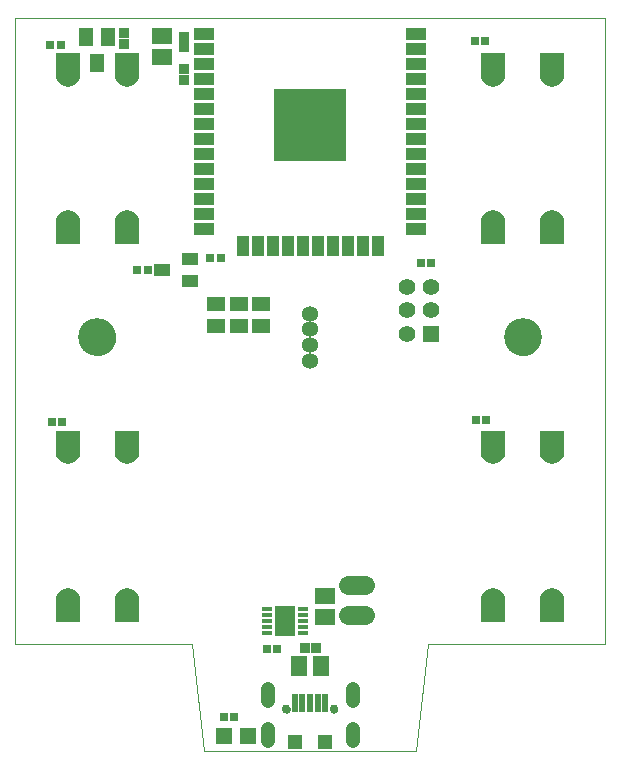
<source format=gts>
G75*
%MOIN*%
%OFA0B0*%
%FSLAX25Y25*%
%IPPOS*%
%LPD*%
%AMOC8*
5,1,8,0,0,1.08239X$1,22.5*
%
%ADD10C,0.00000*%
%ADD11C,0.12611*%
%ADD12R,0.05328X0.06509*%
%ADD13R,0.03359X0.03359*%
%ADD14R,0.06509X0.05328*%
%ADD15R,0.03543X0.01378*%
%ADD16R,0.07087X0.09843*%
%ADD17R,0.04737X0.06312*%
%ADD18C,0.06400*%
%ADD19R,0.02375X0.06312*%
%ADD20C,0.02965*%
%ADD21R,0.04737X0.05131*%
%ADD22C,0.04769*%
%ADD23C,0.05359*%
%ADD24R,0.05524X0.05524*%
%ADD25R,0.05524X0.04343*%
%ADD26R,0.03162X0.03162*%
%ADD27R,0.06312X0.04934*%
%ADD28R,0.07887X0.08674*%
%ADD29C,0.07887*%
%ADD30R,0.05600X0.05600*%
%ADD31C,0.05600*%
%ADD32R,0.06706X0.04343*%
%ADD33R,0.04343X0.06706*%
%ADD34R,0.24422X0.24422*%
%ADD35C,0.16611*%
D10*
X0041330Y0043060D02*
X0100385Y0043060D01*
X0104322Y0007627D01*
X0175188Y0007627D01*
X0179125Y0043060D01*
X0238180Y0043060D01*
X0238180Y0251722D01*
X0041330Y0251722D01*
X0041330Y0043060D01*
X0062983Y0145423D02*
X0062985Y0145576D01*
X0062991Y0145730D01*
X0063001Y0145883D01*
X0063015Y0146035D01*
X0063033Y0146188D01*
X0063055Y0146339D01*
X0063080Y0146490D01*
X0063110Y0146641D01*
X0063144Y0146791D01*
X0063181Y0146939D01*
X0063222Y0147087D01*
X0063267Y0147233D01*
X0063316Y0147379D01*
X0063369Y0147523D01*
X0063425Y0147665D01*
X0063485Y0147806D01*
X0063549Y0147946D01*
X0063616Y0148084D01*
X0063687Y0148220D01*
X0063762Y0148354D01*
X0063839Y0148486D01*
X0063921Y0148616D01*
X0064005Y0148744D01*
X0064093Y0148870D01*
X0064184Y0148993D01*
X0064278Y0149114D01*
X0064376Y0149232D01*
X0064476Y0149348D01*
X0064580Y0149461D01*
X0064686Y0149572D01*
X0064795Y0149680D01*
X0064907Y0149785D01*
X0065021Y0149886D01*
X0065139Y0149985D01*
X0065258Y0150081D01*
X0065380Y0150174D01*
X0065505Y0150263D01*
X0065632Y0150350D01*
X0065761Y0150432D01*
X0065892Y0150512D01*
X0066025Y0150588D01*
X0066160Y0150661D01*
X0066297Y0150730D01*
X0066436Y0150795D01*
X0066576Y0150857D01*
X0066718Y0150915D01*
X0066861Y0150970D01*
X0067006Y0151021D01*
X0067152Y0151068D01*
X0067299Y0151111D01*
X0067447Y0151150D01*
X0067596Y0151186D01*
X0067746Y0151217D01*
X0067897Y0151245D01*
X0068048Y0151269D01*
X0068201Y0151289D01*
X0068353Y0151305D01*
X0068506Y0151317D01*
X0068659Y0151325D01*
X0068812Y0151329D01*
X0068966Y0151329D01*
X0069119Y0151325D01*
X0069272Y0151317D01*
X0069425Y0151305D01*
X0069577Y0151289D01*
X0069730Y0151269D01*
X0069881Y0151245D01*
X0070032Y0151217D01*
X0070182Y0151186D01*
X0070331Y0151150D01*
X0070479Y0151111D01*
X0070626Y0151068D01*
X0070772Y0151021D01*
X0070917Y0150970D01*
X0071060Y0150915D01*
X0071202Y0150857D01*
X0071342Y0150795D01*
X0071481Y0150730D01*
X0071618Y0150661D01*
X0071753Y0150588D01*
X0071886Y0150512D01*
X0072017Y0150432D01*
X0072146Y0150350D01*
X0072273Y0150263D01*
X0072398Y0150174D01*
X0072520Y0150081D01*
X0072639Y0149985D01*
X0072757Y0149886D01*
X0072871Y0149785D01*
X0072983Y0149680D01*
X0073092Y0149572D01*
X0073198Y0149461D01*
X0073302Y0149348D01*
X0073402Y0149232D01*
X0073500Y0149114D01*
X0073594Y0148993D01*
X0073685Y0148870D01*
X0073773Y0148744D01*
X0073857Y0148616D01*
X0073939Y0148486D01*
X0074016Y0148354D01*
X0074091Y0148220D01*
X0074162Y0148084D01*
X0074229Y0147946D01*
X0074293Y0147806D01*
X0074353Y0147665D01*
X0074409Y0147523D01*
X0074462Y0147379D01*
X0074511Y0147233D01*
X0074556Y0147087D01*
X0074597Y0146939D01*
X0074634Y0146791D01*
X0074668Y0146641D01*
X0074698Y0146490D01*
X0074723Y0146339D01*
X0074745Y0146188D01*
X0074763Y0146035D01*
X0074777Y0145883D01*
X0074787Y0145730D01*
X0074793Y0145576D01*
X0074795Y0145423D01*
X0074793Y0145270D01*
X0074787Y0145116D01*
X0074777Y0144963D01*
X0074763Y0144811D01*
X0074745Y0144658D01*
X0074723Y0144507D01*
X0074698Y0144356D01*
X0074668Y0144205D01*
X0074634Y0144055D01*
X0074597Y0143907D01*
X0074556Y0143759D01*
X0074511Y0143613D01*
X0074462Y0143467D01*
X0074409Y0143323D01*
X0074353Y0143181D01*
X0074293Y0143040D01*
X0074229Y0142900D01*
X0074162Y0142762D01*
X0074091Y0142626D01*
X0074016Y0142492D01*
X0073939Y0142360D01*
X0073857Y0142230D01*
X0073773Y0142102D01*
X0073685Y0141976D01*
X0073594Y0141853D01*
X0073500Y0141732D01*
X0073402Y0141614D01*
X0073302Y0141498D01*
X0073198Y0141385D01*
X0073092Y0141274D01*
X0072983Y0141166D01*
X0072871Y0141061D01*
X0072757Y0140960D01*
X0072639Y0140861D01*
X0072520Y0140765D01*
X0072398Y0140672D01*
X0072273Y0140583D01*
X0072146Y0140496D01*
X0072017Y0140414D01*
X0071886Y0140334D01*
X0071753Y0140258D01*
X0071618Y0140185D01*
X0071481Y0140116D01*
X0071342Y0140051D01*
X0071202Y0139989D01*
X0071060Y0139931D01*
X0070917Y0139876D01*
X0070772Y0139825D01*
X0070626Y0139778D01*
X0070479Y0139735D01*
X0070331Y0139696D01*
X0070182Y0139660D01*
X0070032Y0139629D01*
X0069881Y0139601D01*
X0069730Y0139577D01*
X0069577Y0139557D01*
X0069425Y0139541D01*
X0069272Y0139529D01*
X0069119Y0139521D01*
X0068966Y0139517D01*
X0068812Y0139517D01*
X0068659Y0139521D01*
X0068506Y0139529D01*
X0068353Y0139541D01*
X0068201Y0139557D01*
X0068048Y0139577D01*
X0067897Y0139601D01*
X0067746Y0139629D01*
X0067596Y0139660D01*
X0067447Y0139696D01*
X0067299Y0139735D01*
X0067152Y0139778D01*
X0067006Y0139825D01*
X0066861Y0139876D01*
X0066718Y0139931D01*
X0066576Y0139989D01*
X0066436Y0140051D01*
X0066297Y0140116D01*
X0066160Y0140185D01*
X0066025Y0140258D01*
X0065892Y0140334D01*
X0065761Y0140414D01*
X0065632Y0140496D01*
X0065505Y0140583D01*
X0065380Y0140672D01*
X0065258Y0140765D01*
X0065139Y0140861D01*
X0065021Y0140960D01*
X0064907Y0141061D01*
X0064795Y0141166D01*
X0064686Y0141274D01*
X0064580Y0141385D01*
X0064476Y0141498D01*
X0064376Y0141614D01*
X0064278Y0141732D01*
X0064184Y0141853D01*
X0064093Y0141976D01*
X0064005Y0142102D01*
X0063921Y0142230D01*
X0063839Y0142360D01*
X0063762Y0142492D01*
X0063687Y0142626D01*
X0063616Y0142762D01*
X0063549Y0142900D01*
X0063485Y0143040D01*
X0063425Y0143181D01*
X0063369Y0143323D01*
X0063316Y0143467D01*
X0063267Y0143613D01*
X0063222Y0143759D01*
X0063181Y0143907D01*
X0063144Y0144055D01*
X0063110Y0144205D01*
X0063080Y0144356D01*
X0063055Y0144507D01*
X0063033Y0144658D01*
X0063015Y0144811D01*
X0063001Y0144963D01*
X0062991Y0145116D01*
X0062985Y0145270D01*
X0062983Y0145423D01*
X0130798Y0021407D02*
X0130800Y0021472D01*
X0130806Y0021538D01*
X0130816Y0021602D01*
X0130829Y0021666D01*
X0130847Y0021729D01*
X0130868Y0021791D01*
X0130893Y0021851D01*
X0130922Y0021910D01*
X0130954Y0021967D01*
X0130990Y0022022D01*
X0131028Y0022075D01*
X0131070Y0022125D01*
X0131115Y0022173D01*
X0131163Y0022218D01*
X0131213Y0022260D01*
X0131266Y0022298D01*
X0131321Y0022334D01*
X0131378Y0022366D01*
X0131437Y0022395D01*
X0131497Y0022420D01*
X0131559Y0022441D01*
X0131622Y0022459D01*
X0131686Y0022472D01*
X0131750Y0022482D01*
X0131816Y0022488D01*
X0131881Y0022490D01*
X0131946Y0022488D01*
X0132012Y0022482D01*
X0132076Y0022472D01*
X0132140Y0022459D01*
X0132203Y0022441D01*
X0132265Y0022420D01*
X0132325Y0022395D01*
X0132384Y0022366D01*
X0132441Y0022334D01*
X0132496Y0022298D01*
X0132549Y0022260D01*
X0132599Y0022218D01*
X0132647Y0022173D01*
X0132692Y0022125D01*
X0132734Y0022075D01*
X0132772Y0022022D01*
X0132808Y0021967D01*
X0132840Y0021910D01*
X0132869Y0021851D01*
X0132894Y0021791D01*
X0132915Y0021729D01*
X0132933Y0021666D01*
X0132946Y0021602D01*
X0132956Y0021538D01*
X0132962Y0021472D01*
X0132964Y0021407D01*
X0132962Y0021342D01*
X0132956Y0021276D01*
X0132946Y0021212D01*
X0132933Y0021148D01*
X0132915Y0021085D01*
X0132894Y0021023D01*
X0132869Y0020963D01*
X0132840Y0020904D01*
X0132808Y0020847D01*
X0132772Y0020792D01*
X0132734Y0020739D01*
X0132692Y0020689D01*
X0132647Y0020641D01*
X0132599Y0020596D01*
X0132549Y0020554D01*
X0132496Y0020516D01*
X0132441Y0020480D01*
X0132384Y0020448D01*
X0132325Y0020419D01*
X0132265Y0020394D01*
X0132203Y0020373D01*
X0132140Y0020355D01*
X0132076Y0020342D01*
X0132012Y0020332D01*
X0131946Y0020326D01*
X0131881Y0020324D01*
X0131816Y0020326D01*
X0131750Y0020332D01*
X0131686Y0020342D01*
X0131622Y0020355D01*
X0131559Y0020373D01*
X0131497Y0020394D01*
X0131437Y0020419D01*
X0131378Y0020448D01*
X0131321Y0020480D01*
X0131266Y0020516D01*
X0131213Y0020554D01*
X0131163Y0020596D01*
X0131115Y0020641D01*
X0131070Y0020689D01*
X0131028Y0020739D01*
X0130990Y0020792D01*
X0130954Y0020847D01*
X0130922Y0020904D01*
X0130893Y0020963D01*
X0130868Y0021023D01*
X0130847Y0021085D01*
X0130829Y0021148D01*
X0130816Y0021212D01*
X0130806Y0021276D01*
X0130800Y0021342D01*
X0130798Y0021407D01*
X0146546Y0021407D02*
X0146548Y0021472D01*
X0146554Y0021538D01*
X0146564Y0021602D01*
X0146577Y0021666D01*
X0146595Y0021729D01*
X0146616Y0021791D01*
X0146641Y0021851D01*
X0146670Y0021910D01*
X0146702Y0021967D01*
X0146738Y0022022D01*
X0146776Y0022075D01*
X0146818Y0022125D01*
X0146863Y0022173D01*
X0146911Y0022218D01*
X0146961Y0022260D01*
X0147014Y0022298D01*
X0147069Y0022334D01*
X0147126Y0022366D01*
X0147185Y0022395D01*
X0147245Y0022420D01*
X0147307Y0022441D01*
X0147370Y0022459D01*
X0147434Y0022472D01*
X0147498Y0022482D01*
X0147564Y0022488D01*
X0147629Y0022490D01*
X0147694Y0022488D01*
X0147760Y0022482D01*
X0147824Y0022472D01*
X0147888Y0022459D01*
X0147951Y0022441D01*
X0148013Y0022420D01*
X0148073Y0022395D01*
X0148132Y0022366D01*
X0148189Y0022334D01*
X0148244Y0022298D01*
X0148297Y0022260D01*
X0148347Y0022218D01*
X0148395Y0022173D01*
X0148440Y0022125D01*
X0148482Y0022075D01*
X0148520Y0022022D01*
X0148556Y0021967D01*
X0148588Y0021910D01*
X0148617Y0021851D01*
X0148642Y0021791D01*
X0148663Y0021729D01*
X0148681Y0021666D01*
X0148694Y0021602D01*
X0148704Y0021538D01*
X0148710Y0021472D01*
X0148712Y0021407D01*
X0148710Y0021342D01*
X0148704Y0021276D01*
X0148694Y0021212D01*
X0148681Y0021148D01*
X0148663Y0021085D01*
X0148642Y0021023D01*
X0148617Y0020963D01*
X0148588Y0020904D01*
X0148556Y0020847D01*
X0148520Y0020792D01*
X0148482Y0020739D01*
X0148440Y0020689D01*
X0148395Y0020641D01*
X0148347Y0020596D01*
X0148297Y0020554D01*
X0148244Y0020516D01*
X0148189Y0020480D01*
X0148132Y0020448D01*
X0148073Y0020419D01*
X0148013Y0020394D01*
X0147951Y0020373D01*
X0147888Y0020355D01*
X0147824Y0020342D01*
X0147760Y0020332D01*
X0147694Y0020326D01*
X0147629Y0020324D01*
X0147564Y0020326D01*
X0147498Y0020332D01*
X0147434Y0020342D01*
X0147370Y0020355D01*
X0147307Y0020373D01*
X0147245Y0020394D01*
X0147185Y0020419D01*
X0147126Y0020448D01*
X0147069Y0020480D01*
X0147014Y0020516D01*
X0146961Y0020554D01*
X0146911Y0020596D01*
X0146863Y0020641D01*
X0146818Y0020689D01*
X0146776Y0020739D01*
X0146738Y0020792D01*
X0146702Y0020847D01*
X0146670Y0020904D01*
X0146641Y0020963D01*
X0146616Y0021023D01*
X0146595Y0021085D01*
X0146577Y0021148D01*
X0146564Y0021212D01*
X0146554Y0021276D01*
X0146548Y0021342D01*
X0146546Y0021407D01*
X0204715Y0145423D02*
X0204717Y0145576D01*
X0204723Y0145730D01*
X0204733Y0145883D01*
X0204747Y0146035D01*
X0204765Y0146188D01*
X0204787Y0146339D01*
X0204812Y0146490D01*
X0204842Y0146641D01*
X0204876Y0146791D01*
X0204913Y0146939D01*
X0204954Y0147087D01*
X0204999Y0147233D01*
X0205048Y0147379D01*
X0205101Y0147523D01*
X0205157Y0147665D01*
X0205217Y0147806D01*
X0205281Y0147946D01*
X0205348Y0148084D01*
X0205419Y0148220D01*
X0205494Y0148354D01*
X0205571Y0148486D01*
X0205653Y0148616D01*
X0205737Y0148744D01*
X0205825Y0148870D01*
X0205916Y0148993D01*
X0206010Y0149114D01*
X0206108Y0149232D01*
X0206208Y0149348D01*
X0206312Y0149461D01*
X0206418Y0149572D01*
X0206527Y0149680D01*
X0206639Y0149785D01*
X0206753Y0149886D01*
X0206871Y0149985D01*
X0206990Y0150081D01*
X0207112Y0150174D01*
X0207237Y0150263D01*
X0207364Y0150350D01*
X0207493Y0150432D01*
X0207624Y0150512D01*
X0207757Y0150588D01*
X0207892Y0150661D01*
X0208029Y0150730D01*
X0208168Y0150795D01*
X0208308Y0150857D01*
X0208450Y0150915D01*
X0208593Y0150970D01*
X0208738Y0151021D01*
X0208884Y0151068D01*
X0209031Y0151111D01*
X0209179Y0151150D01*
X0209328Y0151186D01*
X0209478Y0151217D01*
X0209629Y0151245D01*
X0209780Y0151269D01*
X0209933Y0151289D01*
X0210085Y0151305D01*
X0210238Y0151317D01*
X0210391Y0151325D01*
X0210544Y0151329D01*
X0210698Y0151329D01*
X0210851Y0151325D01*
X0211004Y0151317D01*
X0211157Y0151305D01*
X0211309Y0151289D01*
X0211462Y0151269D01*
X0211613Y0151245D01*
X0211764Y0151217D01*
X0211914Y0151186D01*
X0212063Y0151150D01*
X0212211Y0151111D01*
X0212358Y0151068D01*
X0212504Y0151021D01*
X0212649Y0150970D01*
X0212792Y0150915D01*
X0212934Y0150857D01*
X0213074Y0150795D01*
X0213213Y0150730D01*
X0213350Y0150661D01*
X0213485Y0150588D01*
X0213618Y0150512D01*
X0213749Y0150432D01*
X0213878Y0150350D01*
X0214005Y0150263D01*
X0214130Y0150174D01*
X0214252Y0150081D01*
X0214371Y0149985D01*
X0214489Y0149886D01*
X0214603Y0149785D01*
X0214715Y0149680D01*
X0214824Y0149572D01*
X0214930Y0149461D01*
X0215034Y0149348D01*
X0215134Y0149232D01*
X0215232Y0149114D01*
X0215326Y0148993D01*
X0215417Y0148870D01*
X0215505Y0148744D01*
X0215589Y0148616D01*
X0215671Y0148486D01*
X0215748Y0148354D01*
X0215823Y0148220D01*
X0215894Y0148084D01*
X0215961Y0147946D01*
X0216025Y0147806D01*
X0216085Y0147665D01*
X0216141Y0147523D01*
X0216194Y0147379D01*
X0216243Y0147233D01*
X0216288Y0147087D01*
X0216329Y0146939D01*
X0216366Y0146791D01*
X0216400Y0146641D01*
X0216430Y0146490D01*
X0216455Y0146339D01*
X0216477Y0146188D01*
X0216495Y0146035D01*
X0216509Y0145883D01*
X0216519Y0145730D01*
X0216525Y0145576D01*
X0216527Y0145423D01*
X0216525Y0145270D01*
X0216519Y0145116D01*
X0216509Y0144963D01*
X0216495Y0144811D01*
X0216477Y0144658D01*
X0216455Y0144507D01*
X0216430Y0144356D01*
X0216400Y0144205D01*
X0216366Y0144055D01*
X0216329Y0143907D01*
X0216288Y0143759D01*
X0216243Y0143613D01*
X0216194Y0143467D01*
X0216141Y0143323D01*
X0216085Y0143181D01*
X0216025Y0143040D01*
X0215961Y0142900D01*
X0215894Y0142762D01*
X0215823Y0142626D01*
X0215748Y0142492D01*
X0215671Y0142360D01*
X0215589Y0142230D01*
X0215505Y0142102D01*
X0215417Y0141976D01*
X0215326Y0141853D01*
X0215232Y0141732D01*
X0215134Y0141614D01*
X0215034Y0141498D01*
X0214930Y0141385D01*
X0214824Y0141274D01*
X0214715Y0141166D01*
X0214603Y0141061D01*
X0214489Y0140960D01*
X0214371Y0140861D01*
X0214252Y0140765D01*
X0214130Y0140672D01*
X0214005Y0140583D01*
X0213878Y0140496D01*
X0213749Y0140414D01*
X0213618Y0140334D01*
X0213485Y0140258D01*
X0213350Y0140185D01*
X0213213Y0140116D01*
X0213074Y0140051D01*
X0212934Y0139989D01*
X0212792Y0139931D01*
X0212649Y0139876D01*
X0212504Y0139825D01*
X0212358Y0139778D01*
X0212211Y0139735D01*
X0212063Y0139696D01*
X0211914Y0139660D01*
X0211764Y0139629D01*
X0211613Y0139601D01*
X0211462Y0139577D01*
X0211309Y0139557D01*
X0211157Y0139541D01*
X0211004Y0139529D01*
X0210851Y0139521D01*
X0210698Y0139517D01*
X0210544Y0139517D01*
X0210391Y0139521D01*
X0210238Y0139529D01*
X0210085Y0139541D01*
X0209933Y0139557D01*
X0209780Y0139577D01*
X0209629Y0139601D01*
X0209478Y0139629D01*
X0209328Y0139660D01*
X0209179Y0139696D01*
X0209031Y0139735D01*
X0208884Y0139778D01*
X0208738Y0139825D01*
X0208593Y0139876D01*
X0208450Y0139931D01*
X0208308Y0139989D01*
X0208168Y0140051D01*
X0208029Y0140116D01*
X0207892Y0140185D01*
X0207757Y0140258D01*
X0207624Y0140334D01*
X0207493Y0140414D01*
X0207364Y0140496D01*
X0207237Y0140583D01*
X0207112Y0140672D01*
X0206990Y0140765D01*
X0206871Y0140861D01*
X0206753Y0140960D01*
X0206639Y0141061D01*
X0206527Y0141166D01*
X0206418Y0141274D01*
X0206312Y0141385D01*
X0206208Y0141498D01*
X0206108Y0141614D01*
X0206010Y0141732D01*
X0205916Y0141853D01*
X0205825Y0141976D01*
X0205737Y0142102D01*
X0205653Y0142230D01*
X0205571Y0142360D01*
X0205494Y0142492D01*
X0205419Y0142626D01*
X0205348Y0142762D01*
X0205281Y0142900D01*
X0205217Y0143040D01*
X0205157Y0143181D01*
X0205101Y0143323D01*
X0205048Y0143467D01*
X0204999Y0143613D01*
X0204954Y0143759D01*
X0204913Y0143907D01*
X0204876Y0144055D01*
X0204842Y0144205D01*
X0204812Y0144356D01*
X0204787Y0144507D01*
X0204765Y0144658D01*
X0204747Y0144811D01*
X0204733Y0144963D01*
X0204723Y0145116D01*
X0204717Y0145270D01*
X0204715Y0145423D01*
D11*
X0210621Y0145423D03*
X0068889Y0145423D03*
D12*
X0136231Y0035797D03*
X0143318Y0035797D03*
D13*
X0141586Y0041919D03*
X0138042Y0041919D03*
X0097786Y0231308D03*
X0097786Y0234852D03*
X0097786Y0242135D03*
X0097786Y0245678D03*
X0077806Y0246860D03*
X0077806Y0243316D03*
D14*
X0090247Y0246013D03*
X0090247Y0238927D03*
X0144617Y0059340D03*
X0144617Y0052253D03*
D15*
X0137530Y0052745D03*
X0137530Y0050777D03*
X0137530Y0048808D03*
X0137530Y0046840D03*
X0137530Y0054714D03*
X0125326Y0054714D03*
X0125326Y0052745D03*
X0125326Y0050777D03*
X0125326Y0048808D03*
X0125326Y0046840D03*
D16*
X0131428Y0050777D03*
D17*
X0068830Y0236801D03*
X0072570Y0245462D03*
X0065089Y0245462D03*
D18*
X0152565Y0062706D02*
X0158165Y0062706D01*
X0158165Y0052706D02*
X0152565Y0052706D01*
D19*
X0144873Y0023375D03*
X0142314Y0023375D03*
X0139755Y0023375D03*
X0137196Y0023375D03*
X0134637Y0023375D03*
D20*
X0131881Y0021407D03*
X0147629Y0021407D03*
D21*
X0144660Y0010415D03*
X0134849Y0010415D03*
D22*
X0125582Y0010958D02*
X0125582Y0014927D01*
X0125582Y0024344D02*
X0125582Y0028312D01*
X0153928Y0028312D02*
X0153928Y0024344D01*
X0153928Y0014927D02*
X0153928Y0010958D01*
D23*
X0139755Y0137645D03*
X0139755Y0142814D03*
X0139755Y0148032D03*
X0139755Y0153200D03*
D24*
X0119223Y0012667D03*
X0110956Y0012667D03*
D25*
X0099834Y0164202D03*
X0099834Y0171682D03*
X0090385Y0167942D03*
D26*
X0085759Y0167923D03*
X0082215Y0167923D03*
X0106546Y0171761D03*
X0110089Y0171761D03*
X0057215Y0117312D03*
X0053672Y0117312D03*
X0125326Y0041545D03*
X0128869Y0041545D03*
X0114479Y0018907D03*
X0110936Y0018907D03*
X0194971Y0118001D03*
X0198515Y0118001D03*
X0180188Y0170167D03*
X0176645Y0170167D03*
X0194597Y0244182D03*
X0198141Y0244182D03*
X0056763Y0242804D03*
X0053219Y0242804D03*
D27*
X0108554Y0156643D03*
X0108554Y0149163D03*
X0116034Y0149163D03*
X0116034Y0156643D03*
X0123515Y0156643D03*
X0123515Y0149163D03*
D28*
X0078731Y0180856D03*
X0059046Y0180856D03*
X0059046Y0235974D03*
X0078731Y0235974D03*
X0078731Y0109989D03*
X0059046Y0109989D03*
X0059046Y0054871D03*
X0078731Y0054871D03*
X0200778Y0054871D03*
X0220463Y0054871D03*
X0220463Y0109989D03*
X0200778Y0109989D03*
X0200778Y0180856D03*
X0220463Y0180856D03*
X0220463Y0235974D03*
X0200778Y0235974D03*
D29*
X0200778Y0233021D03*
X0220463Y0233021D03*
X0220463Y0183808D03*
X0200778Y0183808D03*
X0200778Y0107037D03*
X0220463Y0107037D03*
X0220463Y0057824D03*
X0200778Y0057824D03*
X0078731Y0057824D03*
X0059046Y0057824D03*
X0059046Y0107037D03*
X0078731Y0107037D03*
X0078731Y0183808D03*
X0059046Y0183808D03*
X0059046Y0233021D03*
X0078731Y0233021D03*
D30*
X0180011Y0146604D03*
D31*
X0180011Y0154478D03*
X0180011Y0162352D03*
X0172137Y0162352D03*
X0172137Y0154478D03*
X0172137Y0146604D03*
D32*
X0175188Y0181604D03*
X0175188Y0186604D03*
X0175188Y0191604D03*
X0175188Y0196604D03*
X0175188Y0201604D03*
X0175188Y0206604D03*
X0175188Y0211604D03*
X0175188Y0216604D03*
X0175188Y0221604D03*
X0175188Y0226604D03*
X0175188Y0231604D03*
X0175188Y0236604D03*
X0175188Y0241604D03*
X0175188Y0246604D03*
X0104322Y0246604D03*
X0104322Y0241604D03*
X0104322Y0236604D03*
X0104322Y0231604D03*
X0104322Y0226604D03*
X0104322Y0221604D03*
X0104322Y0216604D03*
X0104322Y0211604D03*
X0104322Y0206604D03*
X0104322Y0201604D03*
X0104322Y0196604D03*
X0104322Y0191604D03*
X0104322Y0186604D03*
X0104322Y0181604D03*
D33*
X0117255Y0175738D03*
X0122255Y0175738D03*
X0127255Y0175738D03*
X0132255Y0175738D03*
X0137255Y0175738D03*
X0142255Y0175738D03*
X0147255Y0175738D03*
X0152255Y0175738D03*
X0157255Y0175738D03*
X0162255Y0175738D03*
D34*
X0139755Y0216289D03*
D35*
X0139853Y0216289D03*
M02*

</source>
